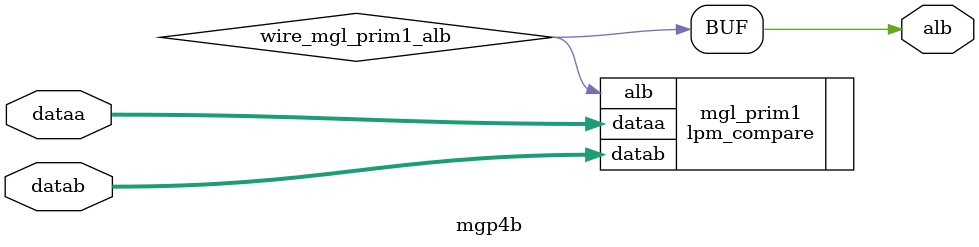
<source format=v>






//synthesis_resources = lpm_compare 1 
//synopsys translate_off
`timescale 1 ps / 1 ps
//synopsys translate_on
module  mgp4b
	( 
	alb,
	dataa,
	datab) /* synthesis synthesis_clearbox=1 */;
	output   alb;
	input   [39:0]  dataa;
	input   [39:0]  datab;

	wire  wire_mgl_prim1_alb;

	lpm_compare   mgl_prim1
	( 
	.alb(wire_mgl_prim1_alb),
	.dataa(dataa),
	.datab(datab));
	defparam
		mgl_prim1.lpm_representation = "SIGNED",
		mgl_prim1.lpm_type = "LPM_COMPARE",
		mgl_prim1.lpm_width = 40;
	assign
		alb = wire_mgl_prim1_alb;
endmodule //mgp4b
//VALID FILE

</source>
